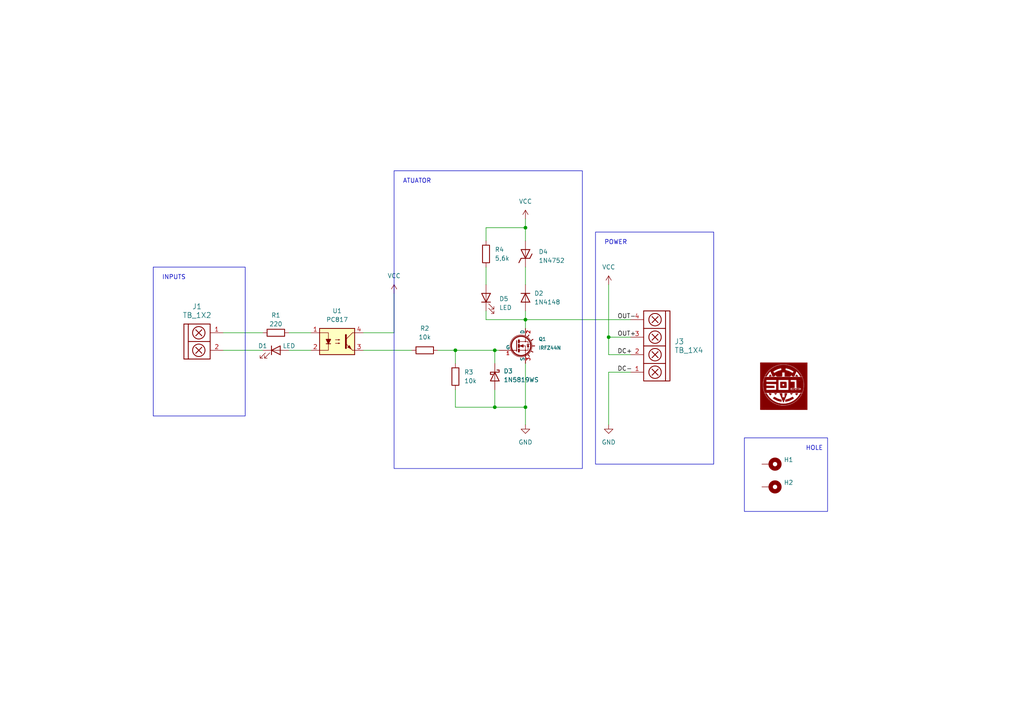
<source format=kicad_sch>
(kicad_sch (version 20230121) (generator eeschema)
  (paper "A4")
  (title_block (title "TP N°4 Mosfet") (company "E.ES.T N°5 \"2 DE ABRIL\""))
  (lib_symbols
    (symbol "Device:LED" (pin_numbers hide) (pin_names (offset 1.016) hide)
      (property "Reference" "D" (at 0 2.54 0))
      (property "Value" "LED" (at 0 -2.54 0))
      (symbol "LED_0_1"
        (polyline (pts (xy -1.27 -1.27) (xy -1.27 1.27)) (stroke (width 0.254)))
        (polyline (pts (xy -1.27 0) (xy 1.27 0)))
        (polyline (pts (xy 1.27 -1.27) (xy 1.27 1.27) (xy -1.27 0) (xy 1.27 -1.27)) (stroke (width 0.254)))
        (polyline (pts (xy -3.048 -0.762) (xy -4.572 -2.286) (xy -3.81 -2.286) (xy -4.572 -2.286) (xy -4.572 -1.524)))
        (polyline (pts (xy -1.778 -0.762) (xy -3.302 -2.286) (xy -2.54 -2.286) (xy -3.302 -2.286) (xy -3.302 -1.524)))
      )
      (symbol "LED_1_1"
        (pin passive line (at -3.81 0 0) (length 2.54) (name "K") (number "1"))
        (pin passive line (at 3.81 0 180) (length 2.54) (name "A") (number "2"))
      )
    )
    (symbol "Device:R" (pin_numbers hide) (pin_names (offset 0))
      (property "Reference" "R" (at 2.032 0 90))
      (property "Value" "R" (at 0 0 90))
      (symbol "R_0_1"
        (rectangle (start -1.016 -2.54) (end 1.016 2.54) (stroke (width 0.254)))
      )
      (symbol "R_1_1"
        (pin passive line (at 0 3.81 270) (length 1.27) (name "~") (number "1"))
        (pin passive line (at 0 -3.81 90) (length 1.27) (name "~") (number "2"))
      )
    )
    (symbol "Diode:1N4148" (pin_numbers hide) (pin_names hide)
      (property "Reference" "D" (at 0 2.54 0))
      (property "Value" "1N4148" (at 0 -2.54 0))
      (symbol "1N4148_0_1"
        (polyline (pts (xy -1.27 1.27) (xy -1.27 -1.27)) (stroke (width 0.254)))
        (polyline (pts (xy 1.27 0) (xy -1.27 0)))
        (polyline (pts (xy 1.27 1.27) (xy 1.27 -1.27) (xy -1.27 0) (xy 1.27 1.27)) (stroke (width 0.254)))
      )
      (symbol "1N4148_1_1"
        (pin passive line (at -3.81 0 0) (length 2.54) (name "K") (number "1"))
        (pin passive line (at 3.81 0 180) (length 2.54) (name "A") (number "2"))
      )
    )
    (symbol "Diode:1N5819WS" (pin_numbers hide) (pin_names (offset 1.016) hide)
      (property "Reference" "D" (at 0 2.54 0))
      (property "Value" "1N5819WS" (at 0 -2.54 0))
      (symbol "1N5819WS_0_1"
        (polyline (pts (xy 1.27 0) (xy -1.27 0)))
        (polyline (pts (xy 1.27 1.27) (xy 1.27 -1.27) (xy -1.27 0) (xy 1.27 1.27)) (stroke (width 0.254)))
        (polyline (pts (xy -1.905 0.635) (xy -1.905 1.27) (xy -1.27 1.27) (xy -1.27 -1.27) (xy -0.635 -1.27) (xy -0.635 -0.635)) (stroke (width 0.254)))
      )
      (symbol "1N5819WS_1_1"
        (pin passive line (at -3.81 0 0) (length 2.54) (name "K") (number "1"))
        (pin passive line (at 3.81 0 180) (length 2.54) (name "A") (number "2"))
      )
    )
    (symbol "EESTN5:IRFZ44N" (pin_names (offset 0))
      (property "Reference" "Q" (at 0 -3.7592 0))
      (property "Value" "IRFZ44N" (at 3.81 7.62 0))
      (property "Footprint" "TO-220" (at -4.5466 2.5654 0))
      (symbol "IRFZ44N_0_1"
        (polyline (pts (xy 0.635 -1.016) (xy 0.635 -1.651)) (stroke (width 0.508)))
        (polyline (pts (xy 0.635 0.381) (xy 0.635 -0.381)) (stroke (width 0.508)))
        (polyline (pts (xy 0.635 1.651) (xy 0.635 1.016)) (stroke (width 0.508)))
        (polyline (pts (xy 3.048 0.381) (xy 2.921 0.254)))
        (polyline (pts (xy 3.048 0.381) (xy 3.556 0.381)))
        (polyline (pts (xy 3.175 2.667) (xy 3.556 3.175)) (stroke (width 0.254)))
        (polyline (pts (xy 3.302 -2.54) (xy 3.683 -3.048)) (stroke (width 0.254)))
        (polyline (pts (xy 3.556 0.381) (xy 3.683 0.508)))
        (polyline (pts (xy 4.191 -1.524) (xy 4.699 -1.778)) (stroke (width 0.254)))
        (polyline (pts (xy 4.191 1.524) (xy 4.699 1.905)) (stroke (width 0.254)))
        (polyline (pts (xy 4.572 0) (xy 5.207 0)) (stroke (width 0.254)))
        (polyline (pts (xy 0 1.524) (xy 0 -1.524) (xy 0 -1.524)) (stroke (width 0.254)))
        (polyline (pts (xy 0.762 -1.27) (xy 2.54 -1.27) (xy 2.54 -2.54) (xy 2.54 -2.54)))
        (polyline (pts (xy 0.762 1.27) (xy 2.54 1.27) (xy 2.54 2.54) (xy 2.54 2.54)))
        (polyline (pts (xy 2.54 1.27) (xy 3.302 1.27) (xy 3.302 -1.27) (xy 2.54 -1.27)))
        (polyline (pts (xy 3.302 0.381) (xy 3.048 -0.254) (xy 3.556 -0.254) (xy 3.302 0.381)) (fill (type outline)))
        (polyline (pts (xy 0.762 0) (xy 1.27 0) (xy 2.54 0) (xy 2.54 -1.27) (xy 2.54 -1.27)))
        (polyline (pts (xy 0.889 0) (xy 1.905 0.381) (xy 1.905 -0.381) (xy 0.889 0) (xy 1.016 0) (xy 1.016 0)) (fill (type outline)))
        (circle (center 1.27 0) (radius 2.8194) (stroke (width 0.3556)))
        (circle (center 1.27 0) (radius 3.175))
        (circle (center 2.54 -1.27) (radius 0.127))
        (circle (center 2.54 1.27) (radius 0.127))
      )
      (symbol "IRFZ44N_1_1"
        (pin input line (at -5.08 -1.27 0) (length 5.08) (name "G") (number "1"))
        (pin passive line (at 2.54 5.08 270) (length 2.032) (name "D") (number "2"))
        (pin passive line (at 2.54 -5.08 90) (length 2.54) (name "S") (number "3"))
      )
    )
    (symbol "EESTN5:PC817" (pin_names (offset 1.016))
      (property "Reference" "U" (at -5.08 5.08 0))
      (property "Value" "PC817" (at 0 5.08 0))
      (symbol "PC817_0_1"
        (rectangle (start -5.08 3.81) (end 5.08 -3.81) (stroke (width 0.254)) (fill (type background)))
        (polyline (pts (xy -3.175 -0.635) (xy -1.905 -0.635)) (stroke (width 0.254)))
        (polyline (pts (xy 2.54 0.635) (xy 4.445 2.54)))
        (polyline (pts (xy 4.445 -2.54) (xy 2.54 -0.635)) (fill (type outline)))
        (polyline (pts (xy 4.445 -2.54) (xy 5.08 -2.54)))
        (polyline (pts (xy 4.445 2.54) (xy 5.08 2.54)))
        (polyline (pts (xy -5.08 2.54) (xy -2.54 2.54) (xy -2.54 0.635)))
        (polyline (pts (xy -2.54 -0.635) (xy -2.54 -2.54) (xy -5.08 -2.54)))
        (polyline (pts (xy 2.54 1.905) (xy 2.54 -1.905) (xy 2.54 -1.905)) (stroke (width 0.508)))
        (polyline (pts (xy -2.54 -0.635) (xy -3.175 0.635) (xy -1.905 0.635) (xy -2.54 -0.635)) (stroke (width 0.254)) (fill (type outline)))
        (polyline (pts (xy -0.508 -0.508) (xy 0.762 -0.508) (xy 0.381 -0.635) (xy 0.381 -0.381) (xy 0.762 -0.508)))
        (polyline (pts (xy -0.508 0.508) (xy 0.762 0.508) (xy 0.381 0.381) (xy 0.381 0.635) (xy 0.762 0.508)))
        (polyline (pts (xy 3.048 -1.651) (xy 3.556 -1.143) (xy 4.064 -2.159) (xy 3.048 -1.651) (xy 3.048 -1.651)) (fill (type outline)))
      )
      (symbol "PC817_1_1"
        (pin passive line (at -7.62 2.54 0) (length 2.54) (name "~") (number "1"))
        (pin passive line (at -7.62 -2.54 0) (length 2.54) (name "~") (number "2"))
        (pin passive line (at 7.62 -2.54 180) (length 2.54) (name "~") (number "3"))
        (pin passive line (at 7.62 2.54 180) (length 2.54) (name "~") (number "4"))
      )
    )
    (symbol "EESTN5:TB_1X2" (pin_names (offset 1.016))
      (property "Reference" "J" (at 0 7.62 0))
      (property "Value" "TB_1X2" (at 1.27 -7.62 0))
      (symbol "TB_1X2_0_1"
        (rectangle (start -2.54 5.08) (end 5.08 -5.08) (stroke (width 0.254)))
        (polyline (pts (xy -1.27 0) (xy 5.08 0)) (stroke (width 0.254)))
        (polyline (pts (xy -1.27 5.08) (xy -1.27 -5.08)) (stroke (width 0.254)))
        (polyline (pts (xy 0.889 -3.429) (xy 2.667 -1.651)) (stroke (width 0.254)))
        (polyline (pts (xy 0.889 -1.651) (xy 2.667 -3.429)) (stroke (width 0.254)))
        (polyline (pts (xy 0.889 1.651) (xy 2.667 3.429)) (stroke (width 0.254)))
        (polyline (pts (xy 0.889 3.429) (xy 2.667 1.651)) (stroke (width 0.254)))
        (circle (center 1.778 -2.54) (radius 1.8034) (stroke (width 0.254)))
        (circle (center 1.778 2.54) (radius 1.8034) (stroke (width 0.254)))
      )
      (symbol "TB_1X2_1_1"
        (pin input line (at 8.89 2.54 180) (length 3.81) (name "~") (number "1"))
        (pin input line (at 8.89 -2.54 180) (length 3.81) (name "~") (number "2"))
      )
    )
    (symbol "LED_1" (pin_numbers hide) (pin_names (offset 1.016) hide)
      (property "Reference" "D" (at 0 2.54 0))
      (property "Value" "LED" (at 0 -2.54 0))
      (symbol "LED_1_0_1"
        (polyline (pts (xy -1.27 -1.27) (xy -1.27 1.27)) (stroke (width 0.254)))
        (polyline (pts (xy -1.27 -1.27) (xy 0 -1.905)) (stroke (width 0.254)))
        (polyline (pts (xy -1.27 0) (xy 1.27 0)))
        (polyline (pts (xy -1.27 1.27) (xy -2.54 1.905)) (stroke (width 0.254)))
        (polyline (pts (xy 1.27 -1.27) (xy 1.27 1.27) (xy -1.27 0) (xy 1.27 -1.27)) (stroke (width 0.254)))
      )
      (symbol "LED_1_1_1"
        (pin passive line (at -3.81 0 0) (length 2.54) (name "K") (number "1"))
        (pin passive line (at 3.81 0 180) (length 2.54) (name "A") (number "2"))
      )
    )
    (symbol "Mechanical:MountingHole_Pad" (pin_numbers hide) (pin_names (offset 1.016) hide)
      (property "Reference" "H" (at 0 6.35 0))
      (property "Value" "MountingHole_Pad" (at 0 4.445 0))
      (symbol "MountingHole_Pad_0_1"
        (circle (center 0 1.27) (radius 1.27) (stroke (width 1.27)))
      )
      (symbol "MountingHole_Pad_1_1"
        (pin input line (at 0 -2.54 90) (length 2.54) (name "1") (number "1"))
      )
    )
    (symbol "TB_1X2_2" (pin_names (offset 1.016))
      (property "Reference" "J" (at 0 17.145 0))
      (property "Value" "TB_1X4" (at 1.905 -13.335 0))
      (symbol "TB_1X2_2_0_1"
        (rectangle (start -2.54 10.16) (end 5.08 -10.16) (stroke (width 0.254)))
        (polyline (pts (xy -1.27 -5.08) (xy 5.08 -5.08)) (stroke (width 0.254)))
        (polyline (pts (xy -1.27 0) (xy -1.27 -10.16)) (stroke (width 0.254)))
        (polyline (pts (xy -1.27 0) (xy 5.08 0)) (stroke (width 0.254)))
        (polyline (pts (xy -1.27 5.08) (xy 5.08 5.08)) (stroke (width 0.254)))
        (polyline (pts (xy -1.27 10.16) (xy -1.27 0)) (stroke (width 0.254)))
        (polyline (pts (xy 0.889 -8.509) (xy 2.667 -6.731)) (stroke (width 0.254)))
        (polyline (pts (xy 0.889 -6.731) (xy 2.667 -8.509)) (stroke (width 0.254)))
        (polyline (pts (xy 0.889 -3.429) (xy 2.667 -1.651)) (stroke (width 0.254)))
        (polyline (pts (xy 0.889 -1.651) (xy 2.667 -3.429)) (stroke (width 0.254)))
        (polyline (pts (xy 0.889 1.651) (xy 2.667 3.429)) (stroke (width 0.254)))
        (polyline (pts (xy 0.889 3.429) (xy 2.667 1.651)) (stroke (width 0.254)))
        (polyline (pts (xy 0.889 6.731) (xy 2.667 8.509)) (stroke (width 0.254)))
        (polyline (pts (xy 0.889 8.509) (xy 2.667 6.731)) (stroke (width 0.254)))
        (circle (center 1.778 -7.62) (radius 1.8034) (stroke (width 0.254)))
        (circle (center 1.778 -2.54) (radius 1.8034) (stroke (width 0.254)))
        (circle (center 1.778 2.54) (radius 1.8034) (stroke (width 0.254)))
        (circle (center 1.778 7.62) (radius 1.8034) (stroke (width 0.254)))
      )
      (symbol "TB_1X2_2_1_1"
        (pin input line (at 8.89 7.62 180) (length 3.81) (name "~") (number "1"))
        (pin input line (at 8.89 2.54 180) (length 3.81) (name "~") (number "2"))
        (pin input line (at 8.89 -2.54 180) (length 3.81) (name "~") (number "3"))
        (pin input line (at 8.89 -7.62 180) (length 3.81) (name "~") (number "4"))
      )
    )
    (symbol "logo:LOGO" (pin_names (offset 1.016))
      (symbol "LOGO_0_0"
        (polyline (pts (xy -2.3743 -2.4284) (xy -2.3009 -2.3654) (xy -2.2019 -2.2687) (xy -2.0282 -2.0907) (xy -2.376 -2.0907) (xy -2.7238 -2.0907) (xy -2.5741 -2.2649) (xy -2.5173 -2.3292) (xy -2.4404 -2.4097) (xy -2.4 -2.4428) (xy -2.3743 -2.4284)) (stroke (width 0.01)) (fill (type outline)))
        (polyline (pts (xy 2.2197 -2.4302) (xy 2.2846 -2.3656) (xy 2.3799 -2.2687) (xy 2.5536 -2.0907) (xy 2.2019 -2.0907) (xy 1.8503 -2.0907) (xy 2.024 -2.2687) (xy 2.0971 -2.3431) (xy 2.1714 -2.4177) (xy 2.2019 -2.4466) (xy 2.2197 -2.4302)) (stroke (width 0.01)) (fill (type outline)))
        (polyline (pts (xy 3.6231 -0.9391) (xy 3.6357 -0.852) (xy 3.6388 -0.8246) (xy 3.6396 -0.7128) (xy 3.605 -0.6722) (xy 3.5272 -0.6909) (xy 3.4997 -0.7031) (xy 3.4716 -0.7261) (xy 3.5253 -0.7441) (xy 3.5769 -0.7796) (xy 3.6103 -0.8818) (xy 3.6154 -0.9413) (xy 3.6231 -0.9391)) (stroke (width 0.01)) (fill (type outline)))
        (polyline (pts (xy -3.83 -2.5254) (xy -3.7217 -2.4307) (xy -3.6091 -2.3024) (xy -3.5789 -2.2065) (xy -3.6321 -2.1407) (xy -3.7695 -2.1028) (xy -3.9918 -2.0907) (xy -4.3251 -2.0907) (xy -4.2474 -2.2131) (xy -4.2392 -2.2258) (xy -4.1546 -2.351) (xy -4.0614 -2.4809) (xy -3.9531 -2.6264) (xy -3.83 -2.5254)) (stroke (width 0.01)) (fill (type outline)))
        (polyline (pts (xy -3.9689 2.808) (xy -3.7979 2.8184) (xy -3.6896 2.8464) (xy -3.6193 2.8982) (xy -3.6084 2.9103) (xy -3.5768 2.9579) (xy -3.5827 3.0059) (xy -3.6349 3.0748) (xy -3.7423 3.185) (xy -3.9431 3.3859) (xy -4.1254 3.1202) (xy -4.1369 3.1034) (xy -4.2194 2.9734) (xy -4.2715 2.8753) (xy -4.2823 2.8291) (xy -4.2376 2.8177) (xy -4.1266 2.8095) (xy -3.977 2.8079) (xy -3.9689 2.808)) (stroke (width 0.01)) (fill (type outline)))
        (polyline (pts (xy 2.3961 -0.9513) (xy 2.4254 -0.883) (xy 2.4388 -0.788) (xy 2.433 -0.7037) (xy 2.4049 -0.6673) (xy 2.3727 -0.6996) (xy 2.3576 -0.7874) (xy 2.3569 -0.8212) (xy 2.3429 -0.8746) (xy 2.3042 -0.8541) (xy 2.273 -0.8303) (xy 2.1819 -0.8017) (xy 2.1688 -0.8028) (xy 2.1584 -0.8278) (xy 2.2242 -0.8896) (xy 2.2267 -0.8916) (xy 2.3169 -0.9476) (xy 2.3799 -0.963) (xy 2.3961 -0.9513)) (stroke (width 0.01)) (fill (type outline)))
        (polyline (pts (xy 2.8963 -0.8341) (xy 2.9043 -0.7436) (xy 2.8898 -0.6825) (xy 2.8396 -0.6673) (xy 2.7771 -0.6903) (xy 2.708 -0.7664) (xy 2.655 -0.8656) (xy 2.6107 -0.7664) (xy 2.5736 -0.703) (xy 2.5288 -0.6673) (xy 2.5246 -0.6673) (xy 2.4953 -0.6822) (xy 2.5057 -0.736) (xy 2.5589 -0.8474) (xy 2.5845 -0.894) (xy 2.6446 -0.9662) (xy 2.6984 -0.9535) (xy 2.7585 -0.8563) (xy 2.8178 -0.734) (xy 2.8462 -0.8674) (xy 2.8746 -1.0009) (xy 2.8963 -0.8341)) (stroke (width 0.01)) (fill (type outline)))
        (polyline (pts (xy 3.7783 -2.5911) (xy 3.8468 -2.5059) (xy 3.9292 -2.3928) (xy 4.0088 -2.2756) (xy 4.0688 -2.1779) (xy 4.0925 -2.1237) (xy 4.092 -2.1219) (xy 4.0432 -2.1061) (xy 3.9301 -2.095) (xy 3.7749 -2.0907) (xy 3.6912 -2.0915) (xy 3.542 -2.1012) (xy 3.4517 -2.1254) (xy 3.3995 -2.1686) (xy 3.3798 -2.2015) (xy 3.379 -2.2543) (xy 3.4245 -2.3254) (xy 3.5262 -2.4355) (xy 3.6106 -2.5189) (xy 3.6958 -2.5951) (xy 3.7405 -2.6245) (xy 3.7783 -2.5911)) (stroke (width 0.01)) (fill (type outline)))
        (polyline (pts (xy 3.9513 2.8069) (xy 4.0527 2.8182) (xy 4.0925 2.8393) (xy 4.088 2.8566) (xy 4.0468 2.9365) (xy 3.9769 3.0495) (xy 3.8961 3.1687) (xy 3.8222 3.2674) (xy 3.7729 3.3191) (xy 3.7504 3.3191) (xy 3.6766 3.2775) (xy 3.5805 3.199) (xy 3.4844 3.1046) (xy 3.4104 3.0151) (xy 3.3807 2.9513) (xy 3.3941 2.9125) (xy 3.4586 2.8505) (xy 3.4614 2.8489) (xy 3.5431 2.8262) (xy 3.6698 2.8113) (xy 3.8147 2.8047) (xy 3.9513 2.8069)) (stroke (width 0.01)) (fill (type outline)))
        (polyline (pts (xy -0.6881 -4.4297) (xy -0.6761 -4.3282) (xy -0.673 -4.186) (xy -0.6766 -3.9277) (xy -1.0389 -3.8504) (xy -1.1629 -3.8221) (xy -1.511 -3.72) (xy -1.8541 -3.5815) (xy -2.214 -3.397) (xy -2.6125 -3.1568) (xy -2.6152 -3.1551) (xy -2.6736 -3.1265) (xy -2.728 -3.1329) (xy -2.8001 -3.1842) (xy -2.9118 -3.29) (xy -3.112 -3.4864) (xy -2.8571 -3.6585) (xy -2.3225 -3.9741) (xy -1.7273 -4.2307) (xy -1.1121 -4.4034) (xy -1.0405 -4.4178) (xy -0.8774 -4.4469) (xy -0.7571 -4.4631) (xy -0.7017 -4.4631) (xy -0.6881 -4.4297)) (stroke (width 0.01)) (fill (type outline)))
        (polyline (pts (xy 4.6604 -0.9474) (xy 4.6409 -0.873) (xy 4.5894 -0.7801) (xy 4.5256 -0.7008) (xy 4.4694 -0.6673) (xy 4.4399 -0.6711) (xy 4.4039 -0.7032) (xy 4.3878 -0.7461) (xy 4.3342 -0.8256) (xy 4.2913 -0.8757) (xy 4.2738 -0.8722) (xy 4.2836 -0.7896) (xy 4.2865 -0.767) (xy 4.2806 -0.6852) (xy 4.2498 -0.6718) (xy 4.2086 -0.7372) (xy 4.2016 -0.7927) (xy 4.2277 -0.8929) (xy 4.2825 -0.9654) (xy 4.3376 -0.96) (xy 4.3958 -0.8674) (xy 4.4041 -0.8497) (xy 4.4616 -0.7695) (xy 4.5168 -0.7773) (xy 4.5763 -0.8732) (xy 4.6209 -0.9487) (xy 4.6535 -0.9663) (xy 4.6604 -0.9474)) (stroke (width 0.01)) (fill (type outline)))
        (polyline (pts (xy 0.6339 -4.4656) (xy 0.8762 -4.4165) (xy 1.2153 -4.3297) (xy 1.5451 -4.2274) (xy 1.8258 -4.1211) (xy 1.9549 -4.0615) (xy 2.1422 -3.966) (xy 2.3399 -3.8575) (xy 2.53 -3.7466) (xy 2.6944 -3.6439) (xy 2.8153 -3.56) (xy 2.8746 -3.5053) (xy 2.8742 -3.4837) (xy 2.8326 -3.4108) (xy 2.755 -3.3148) (xy 2.6624 -3.2182) (xy 2.5754 -3.1437) (xy 2.5148 -3.1138) (xy 2.4676 -3.1311) (xy 2.3659 -3.1872) (xy 2.2378 -3.2686) (xy 2.1626 -3.3174) (xy 1.8209 -3.5046) (xy 1.4359 -3.6721) (xy 1.0432 -3.8055) (xy 0.6784 -3.8909) (xy 0.4893 -3.9224) (xy 0.4893 -4.2065) (xy 0.4893 -4.4906) (xy 0.6339 -4.4656)) (stroke (width 0.01)) (fill (type outline)))
        (polyline (pts (xy 3.1811 -0.978) (xy 3.2833 -0.9456) (xy 3.3574 -0.8474) (xy 3.3621 -0.8381) (xy 3.4069 -0.7455) (xy 3.4252 -0.6968) (xy 3.4219 -0.6895) (xy 3.3663 -0.6684) (xy 3.2728 -0.6569) (xy 3.1813 -0.658) (xy 3.1315 -0.6747) (xy 3.1463 -0.6998) (xy 3.2224 -0.7117) (xy 3.3033 -0.7153) (xy 3.3321 -0.7429) (xy 3.3093 -0.8193) (xy 3.2686 -0.8634) (xy 3.1758 -0.8897) (xy 3.1561 -0.8892) (xy 3.0871 -0.8622) (xy 3.0694 -0.7758) (xy 3.058 -0.7049) (xy 3.0238 -0.6902) (xy 3.0233 -0.6905) (xy 2.9998 -0.7496) (xy 2.999 -0.855) (xy 3.0212 -0.9675) (xy 3.0626 -0.9754) (xy 3.1572 -0.9786) (xy 3.1811 -0.978)) (stroke (width 0.01)) (fill (type outline)))
        (polyline (pts (xy 4.0538 -0.9735) (xy 4.1197 -0.95) (xy 4.137 -0.8996) (xy 4.1351 -0.8724) (xy 4.0904 -0.7563) (xy 4.0057 -0.6672) (xy 3.9077 -0.6355) (xy 3.9053 -0.6357) (xy 3.8309 -0.6784) (xy 3.7615 -0.7672) (xy 3.72 -0.8626) (xy 3.8023 -0.8626) (xy 3.8256 -0.8007) (xy 3.8881 -0.7298) (xy 3.964 -0.719) (xy 4.021 -0.7821) (xy 4.0342 -0.8188) (xy 4.048 -0.8711) (xy 4.048 -0.8714) (xy 4.0074 -0.8843) (xy 3.913 -0.8897) (xy 3.8373 -0.8863) (xy 3.8023 -0.8626) (xy 3.72 -0.8626) (xy 3.7178 -0.8676) (xy 3.721 -0.9448) (xy 3.7344 -0.9542) (xy 3.8154 -0.9717) (xy 3.9394 -0.9786) (xy 4.0538 -0.9735)) (stroke (width 0.01)) (fill (type outline)))
        (polyline (pts (xy -0.0802 -4.6703) (xy -0.0453 -4.5916) (xy 0.016 -4.4484) (xy 0.0987 -4.2529) (xy 0.1975 -4.0172) (xy 0.3076 -3.7535) (xy 0.4238 -3.4741) (xy 0.5411 -3.191) (xy 0.6543 -2.9166) (xy 0.7585 -2.6629) (xy 0.8485 -2.4422) (xy 0.9194 -2.2667) (xy 0.966 -2.1486) (xy 0.9648 -2.1267) (xy 0.9192 -2.1053) (xy 0.8102 -2.094) (xy 0.6251 -2.0907) (xy 0.262 -2.0907) (xy 0.2756 -2.6691) (xy 0.2768 -2.7222) (xy 0.28 -2.9469) (xy 0.2774 -3.0988) (xy 0.2678 -3.1911) (xy 0.2499 -3.2374) (xy 0.2224 -3.2511) (xy 0.1461 -3.2531) (xy 0.0103 -3.2549) (xy -0.1557 -3.2561) (xy -0.4671 -3.2574) (xy -0.4795 -2.6741) (xy -0.4919 -2.0907) (xy -0.8414 -2.0907) (xy -1.1909 -2.0907) (xy -0.7709 -3.1027) (xy -0.6993 -3.2755) (xy -0.5767 -3.5722) (xy -0.4622 -3.8503) (xy -0.3624 -4.094) (xy -0.2837 -4.2873) (xy -0.2327 -4.4145) (xy -0.2235 -4.4376) (xy -0.1637 -4.5725) (xy -0.1146 -4.6598) (xy -0.086 -4.6814) (xy -0.0802 -4.6703)) (stroke (width 0.01)) (fill (type outline)))
        (polyline (pts (xy -0.2429 -0.5035) (xy -0.0018 -0.5027) (xy 0.2351 -0.501) (xy 0.45 -0.4986) (xy 0.6252 -0.4955) (xy 0.7431 -0.4919) (xy 0.7472 -0.4909) (xy 0.7663 -0.4563) (xy 0.7799 -0.366) (xy 0.7884 -0.2116) (xy 0.7925 0.0151) (xy 0.7925 0.3225) (xy 0.7902 0.5663) (xy 0.7861 0.8023) (xy 0.7807 0.9951) (xy 0.7743 1.1294) (xy 0.7674 1.1899) (xy 0.7607 1.1986) (xy 0.7108 1.217) (xy 0.6069 1.2303) (xy 0.4403 1.2391) (xy 0.2023 1.244) (xy -0.116 1.2455) (xy -0.9786 1.2455) (xy -0.9786 0.3814) (xy -0.9782 0.1328) (xy -0.9778 0.089) (xy -0.4003 0.089) (xy -0.4003 0.3781) (xy -0.4003 0.6672) (xy -0.1112 0.6672) (xy 0.1779 0.6672) (xy 0.1779 0.3781) (xy 0.1779 0.089) (xy -0.1112 0.089) (xy -0.4003 0.089) (xy -0.9778 0.089) (xy -0.976 -0.1034) (xy -0.9711 -0.2716) (xy -0.9623 -0.3834) (xy -0.9488 -0.4506) (xy -0.9294 -0.4846) (xy -0.9033 -0.4972) (xy -0.8954 -0.4981) (xy -0.8144 -0.5009) (xy -0.6669 -0.5027) (xy -0.4705 -0.5036) (xy -0.2429 -0.5035)) (stroke (width 0.01)) (fill (type outline)))
        (polyline (pts (xy 0.1469 -5.4638) (xy 0.4651 -5.4501) (xy 0.7255 -5.4234) (xy 1.2185 -5.3287) (xy 1.9034 -5.1242) (xy 2.551 -4.8434) (xy 3.1554 -4.4903) (xy 3.711 -4.0689) (xy 4.2119 -3.5833) (xy 4.6523 -3.0375) (xy 5.0264 -2.4355) (xy 5.2123 -2.0907) (xy 5.0125 -2.0907) (xy 4.9085 -2.094) (xy 4.8285 -2.1173) (xy 4.7656 -2.1802) (xy 4.6904 -2.302) (xy 4.4147 -2.7346) (xy 3.9818 -3.2798) (xy 3.496 -3.7591) (xy 2.9632 -4.1697) (xy 2.3896 -4.5093) (xy 1.7813 -4.7752) (xy 1.1445 -4.9648) (xy 0.4851 -5.0757) (xy -0.1905 -5.1054) (xy -0.8765 -5.0511) (xy -1.5665 -4.9105) (xy -1.9648 -4.7846) (xy -2.5567 -4.5253) (xy -3.1214 -4.1923) (xy -3.6476 -3.7945) (xy -4.1238 -3.3409) (xy -4.5388 -2.8404) (xy -4.8811 -2.302) (xy -4.9408 -2.1975) (xy -5.0014 -2.1249) (xy -5.0746 -2.096) (xy -5.1894 -2.0907) (xy -5.2428 -2.0921) (xy -5.3428 -2.1043) (xy -5.3825 -2.1252) (xy -5.3774 -2.1416) (xy -5.3387 -2.2234) (xy -5.27 -2.3535) (xy -5.1813 -2.5127) (xy -5.0645 -2.7084) (xy -4.6537 -3.2856) (xy -4.1783 -3.8072) (xy -3.6458 -4.268) (xy -3.0633 -4.6629) (xy -2.4383 -4.9867) (xy -1.7781 -5.2343) (xy -1.0898 -5.4005) (xy -0.8572 -5.4312) (xy -0.544 -5.454) (xy -0.1994 -5.465) (xy 0.1469 -5.4638)) (stroke (width 0.01)) (fill (type outline)))
        (polyline (pts (xy -1.5069 -6.8411) (xy -0.7602 -6.8405) (xy 0.0111 -6.8395) (xy 6.8282 -6.8282) (xy 6.8282 0) (xy 6.8282 6.8282) (xy 0.0111 6.8395) (xy -6.8059 6.8507) (xy -6.8085 5.7496) (xy -6.8087 5.5905) (xy -6.809 5.333) (xy -6.8092 4.999) (xy -6.8093 4.5954) (xy -6.8094 4.1288) (xy -6.8094 3.606) (xy -6.8094 3.0336) (xy -6.8093 2.4182) (xy -6.8092 1.7667) (xy -6.809 1.0857) (xy -6.8088 0.3818) (xy -6.8088 0.3747) (xy -6.0865 0.3747) (xy -6.075 0.8238) (xy -6.034 1.2233) (xy -6.0155 1.3363) (xy -5.8493 2.0482) (xy -5.6042 2.7278) (xy -5.2843 3.3687) (xy -4.8938 3.9647) (xy -4.4366 4.5092) (xy -3.917 4.996) (xy -3.3389 5.4188) (xy -3.1142 5.5514) (xy -2.7925 5.7173) (xy -2.4446 5.8766) (xy -2.1033 6.0146) (xy -1.8016 6.1163) (xy -1.5884 6.1739) (xy -0.8754 6.3088) (xy -0.1575 6.3583) (xy 0.5574 6.3231) (xy 1.2612 6.2038) (xy 1.946 6.0013) (xy 2.6038 5.7163) (xy 2.8219 5.6011) (xy 3.2508 5.3404) (xy 3.6463 5.0458) (xy 4.0422 4.6932) (xy 4.312 4.4184) (xy 4.7686 3.8599) (xy 5.1502 3.2586) (xy 5.4548 2.6206) (xy 5.6807 1.9519) (xy 5.826 1.2586) (xy 5.8888 0.5467) (xy 5.8674 -0.1779) (xy 5.7598 -0.909) (xy 5.6307 -1.4118) (xy 5.3873 -2.0588) (xy 5.0681 -2.6732) (xy 4.679 -3.248) (xy 4.2261 -3.7765) (xy 3.7156 -4.2516) (xy 3.1535 -4.6665) (xy 2.5459 -5.0143) (xy 1.8989 -5.2881) (xy 1.8461 -5.3063) (xy 1.5975 -5.3829) (xy 1.3241 -5.4567) (xy 1.076 -5.514) (xy 1.0082 -5.5271) (xy 0.6681 -5.5766) (xy 0.2907 -5.6104) (xy -0.093 -5.627) (xy -0.4523 -5.625) (xy -0.7562 -5.6027) (xy -1.2876 -5.5144) (xy -1.9965 -5.321) (xy -2.6704 -5.0471) (xy -3.3049 -4.695) (xy -3.8954 -4.2668) (xy -4.4376 -3.7648) (xy -4.6971 -3.4759) (xy -5.1259 -2.8978) (xy -5.4823 -2.2718) (xy -5.7623 -1.6056) (xy -5.9618 -0.9067) (xy -6.0258 -0.5374) (xy -6.0697 -0.0903) (xy -6.0865 0.3747) (xy -6.8088 0.3747) (xy -6.8085 -0.3382) (xy -6.8082 -1.0676) (xy -6.8081 -1.1837) (xy -6.8078 -1.8861) (xy -6.8075 -2.5631) (xy -6.8071 -3.2094) (xy -6.8069 -3.8196) (xy -6.8066 -4.3885) (xy -6.8064 -4.9108) (xy -6.8062 -5.3812) (xy -6.806 -5.7944) (xy -6.8058 -6.1452) (xy -6.8057 -6.4281) (xy -6.8057 -6.6379) (xy -6.8056 -6.7694) (xy -6.8057 -6.8172) (xy -6.7992 -6.8187) (xy -6.7227 -6.8223) (xy -6.5638 -6.8257) (xy -6.3275 -6.8287) (xy -6.0185 -6.8315) (xy -5.6416 -6.834) (xy -5.2017 -6.8361) (xy -4.7035 -6.8379) (xy -4.1518 -6.8393) (xy -3.5515 -6.8404) (xy -2.9074 -6.841) (xy -2.2243 -6.8413) (xy -1.5069 -6.8411)) (stroke (width 0.01)) (fill (type outline)))
        (polyline (pts (xy -0.0923 -1.9018) (xy 5.3158 -1.8905) (xy 5.4573 -1.468) (xy 5.5545 -1.149) (xy 5.6597 -0.6752) (xy 5.7193 -0.1822) (xy 5.7382 0.3612) (xy 5.7378 0.4557) (xy 5.7132 0.998) (xy 5.6475 1.4904) (xy 5.5361 1.9604) (xy 5.3739 2.4355) (xy 5.2832 2.669) (xy -0.0957 2.669) (xy -5.4746 2.669) (xy -5.5648 2.4586) (xy -5.6198 2.3172) (xy -5.7171 2.0029) (xy -5.8044 1.6409) (xy -5.8755 1.2577) (xy -5.8771 1.2455) (xy -5.0711 1.2455) (xy -5.0711 1.5347) (xy -5.0711 1.8238) (xy -3.6031 1.8238) (xy -2.1352 1.8238) (xy -2.1352 1.5347) (xy -2.1352 1.2455) (xy -3.6031 1.2455) (xy -5.0711 1.2455) (xy -5.8771 1.2455) (xy -5.9245 0.88) (xy -5.9509 0.4092) (xy -5.9205 -0.2408) (xy -5.81 -0.8955) (xy -5.7478 -1.1133) (xy -5.0711 -1.1133) (xy 1.9573 -1.1133) (xy 1.9573 -0.8103) (xy 1.9573 -0.5073) (xy 2.3687 -0.518) (xy 2.4447 -0.5195) (xy 2.6482 -0.5197) (xy 2.8262 -0.5146) (xy 2.947 -0.5051) (xy 3.1138 -0.4815) (xy 3.1138 0.382) (xy 3.1138 1.2455) (xy 2.5356 1.2455) (xy 1.9573 1.2455) (xy 1.9573 1.5347) (xy 1.9573 1.8238) (xy 2.824 1.8238) (xy 3.6906 1.8238) (xy 3.987 1.8238) (xy 3.9925 1.8232) (xy 4.0563 1.7858) (xy 4.1403 1.7087) (xy 4.2482 1.5936) (xy 4.2763 1.7198) (xy 4.2807 1.7394) (xy 4.2969 1.7987) (xy 4.3049 1.7806) (xy 4.3096 1.6792) (xy 4.3099 1.6563) (xy 4.4039 1.6563) (xy 4.4245 1.669) (xy 4.4928 1.6459) (xy 4.5314 1.6274) (xy 4.5729 1.6331) (xy 4.5818 1.711) (xy 4.593 1.7857) (xy 4.6263 1.8238) (xy 4.6557 1.7954) (xy 4.6708 1.711) (xy 4.6724 1.6631) (xy 4.6945 1.6223) (xy 4.7597 1.6459) (xy 4.8287 1.6674) (xy 4.8456 1.6369) (xy 4.7953 1.5658) (xy 4.7348 1.5318) (xy 4.6263 1.5124) (xy 4.5398 1.5258) (xy 4.4431 1.5797) (xy 4.4039 1.6563) (xy 4.3099 1.6563) (xy 4.31 1.649) (xy 4.3009 1.5517) (xy 4.2791 1.5124) (xy 4.2588 1.5212) (xy 4.1872 1.5773) (xy 4.0925 1.6681) (xy 4.0407 1.7247) (xy 3.9882 1.796) (xy 3.987 1.8238) (xy 3.6906 1.8238) (xy 3.6927 1.6222) (xy 3.8701 1.6222) (xy 3.8924 1.6427) (xy 3.9633 1.638) (xy 4.0467 1.6031) (xy 4.0783 1.5781) (xy 4.0912 1.5423) (xy 4.0627 1.5379) (xy 3.9854 1.5559) (xy 3.9063 1.5894) (xy 3.8701 1.6222) (xy 3.6927 1.6222) (xy 3.7025 0.6561) (xy 3.7144 -0.5116) (xy 4.137 -0.5175) (xy 4.2235 -0.5187) (xy 4.4289 -0.5221) (xy 4.6077 -0.5256) (xy 4.7285 -0.5286) (xy 4.8974 -0.5338) (xy 4.8842 -0.8118) (xy 4.8709 -1.0898) (xy 3.4141 -1.1016) (xy 1.9573 -1.1133) (xy -5.0711 -1.1133) (xy -5.0711 -0.8013) (xy -5.0711 -0.4893) (xy -3.8902 -0.4893) (xy -2.7092 -0.4893) (xy -2.7225 -0.2113) (xy -2.7357 0.0667) (xy -3.9034 0.0786) (xy -5.0711 0.0904) (xy -5.0711 0.3794) (xy -5.0711 0.6685) (xy -3.6143 0.6567) (xy -2.1574 0.645) (xy -2.1574 -0.2224) (xy -2.1574 -1.0898) (xy -3.6143 -1.1016) (xy -4.9217 -1.1121) (xy -1.5569 -1.1121) (xy -1.5569 0.3559) (xy -1.5569 1.8238) (xy -0.089 1.8238) (xy 1.379 1.8238) (xy 1.379 0.3559) (xy 1.379 -1.1121) (xy -0.089 -1.1121) (xy -1.5569 -1.1121) (xy -4.9217 -1.1121) (xy -5.0711 -1.1133) (xy -5.7478 -1.1133) (xy -5.6178 -1.5682) (xy -5.5004 -1.9131) (xy -0.0923 -1.9018)) (stroke (width 0.01)) (fill (type outline)))
        (polyline (pts (xy 1.9914 2.9979) (xy 2.2005 3.1955) (xy 2.4106 2.999) (xy 2.473 2.9421) (xy 2.5869 2.8545) (xy 2.6859 2.813) (xy 2.7995 2.8024) (xy 2.8655 2.8036) (xy 2.9274 2.8141) (xy 2.9808 2.8443) (xy 3.0328 2.9047) (xy 3.09 3.0058) (xy 3.1596 3.158) (xy 3.2484 3.3719) (xy 3.3633 3.658) (xy 3.4204 3.798) (xy 3.5084 4.0026) (xy 3.5845 4.1661) (xy 3.642 4.2747) (xy 3.6743 4.3141) (xy 3.6806 4.3134) (xy 3.7476 4.2691) (xy 3.8518 4.1661) (xy 3.9828 4.0177) (xy 4.1299 3.837) (xy 4.2828 3.6375) (xy 4.4307 3.4323) (xy 4.5633 3.2348) (xy 4.67 3.0582) (xy 4.7012 3.0025) (xy 4.7712 2.8885) (xy 4.8302 2.8289) (xy 4.9016 2.8061) (xy 5.0086 2.8024) (xy 5.0646 2.8039) (xy 5.1648 2.8162) (xy 5.2046 2.8369) (xy 5.1999 2.8524) (xy 5.1619 2.9331) (xy 5.0937 3.0622) (xy 5.0056 3.2205) (xy 5.0017 3.2273) (xy 4.6101 3.8267) (xy 4.1585 4.3657) (xy 3.6533 4.8415) (xy 3.1012 5.2513) (xy 2.5087 5.5921) (xy 1.8826 5.8613) (xy 1.2293 6.0558) (xy 0.5555 6.173) (xy -0.1322 6.2099) (xy -0.8272 6.1637) (xy -1.523 6.0316) (xy -2.0467 5.8736) (xy -2.704 5.5963) (xy -3.3153 5.2435) (xy -3.8789 4.8166) (xy -4.3929 4.3171) (xy -4.8555 3.7464) (xy -5.2647 3.1059) (xy -5.3096 3.0235) (xy -5.362 2.9157) (xy -5.3825 2.8562) (xy -5.3774 2.8464) (xy -5.3141 2.8237) (xy -5.2016 2.8146) (xy -5.1111 2.819) (xy -5.0169 2.8518) (xy -4.9499 2.9308) (xy -4.9371 2.9518) (xy -4.7702 3.2141) (xy -4.5967 3.4694) (xy -4.4243 3.708) (xy -4.2607 3.9201) (xy -4.1138 4.096) (xy -3.9913 4.226) (xy -3.901 4.3004) (xy -3.8506 4.3093) (xy -3.83 4.2715) (xy -3.7825 4.1691) (xy -3.0749 4.1691) (xy -3.0713 4.2329) (xy -3.0103 4.3031) (xy -2.8859 4.3931) (xy -2.6918 4.5162) (xy -2.6204 4.5595) (xy -2.2703 4.7471) (xy -1.8909 4.9154) (xy -1.5068 5.0554) (xy -1.1426 5.1577) (xy -0.8229 5.2133) (xy -0.6895 5.2268) (xy -0.6891 5.2168) (xy 0.4893 5.2168) (xy 0.7323 5.1882) (xy 0.792 5.1803) (xy 1.1431 5.1041) (xy 1.531 4.9781) (xy 1.932 4.8118) (xy 2.3228 4.6148) (xy 2.6797 4.3966) (xy 2.9451 4.2164) (xy 2.7533 4.021) (xy 2.661 3.9322) (xy 2.5687 3.8556) (xy 2.5152 3.8265) (xy 2.5094 3.8274) (xy 2.4406 3.8583) (xy 2.3234 3.9241) (xy 2.1797 4.0126) (xy 2.0558 4.0879) (xy 1.6659 4.2854) (xy 1.2446 4.4507) (xy 0.8341 4.5664) (xy 0.4893 4.6414) (xy 0.4893 4.9291) (xy 0.4893 5.2168) (xy -0.6891 5.2168) (xy -0.6764 4.9308) (xy -0.6634 4.6347) (xy -0.8544 4.6032) (xy -1.1006 4.5503) (xy -1.4694 4.4375) (xy -1.8483 4.2896) (xy -2.2042 4.1197) (xy -2.5042 3.941) (xy -2.555 3.9072) (xy -2.6525 3.8487) (xy -2.7063 3.8256) (xy -2.7401 3.8436) (xy -2.8233 3.9085) (xy -2.9314 4.0044) (xy -2.9353 4.008) (xy -3.0275 4.0986) (xy -3.0749 4.1691) (xy -3.7825 4.1691) (xy -3.7797 4.163) (xy -3.7068 3.9979) (xy -3.6173 3.79) (xy -3.5173 3.5531) (xy -3.2128 2.8247) (xy -3.007 2.8149) (xy -2.8893 2.8148) (xy -2.8023 2.8376) (xy -2.7165 2.8979) (xy -2.6018 3.0102) (xy -2.4025 3.2153) (xy -2.1818 3.0089) (xy -1.9611 2.8024) (xy -1.3253 2.8031) (xy -1.249 2.8033) (xy -1.018 2.8064) (xy -0.8182 2.8125) (xy -0.6689 2.8207) (xy -0.5894 2.8305) (xy -0.5878 2.8309) (xy -0.5473 2.8458) (xy -0.5198 2.8748) (xy -0.5027 2.9327) (xy -0.4936 3.0346) (xy -0.49 3.1955) (xy -0.4893 3.4304) (xy -0.4893 4.0035) (xy -0.1125 4.0035) (xy 0.2643 4.0035) (xy 0.2767 3.4141) (xy 0.2891 2.8247) (xy 1.0357 2.8125) (xy 1.7822 2.8003) (xy 1.9914 2.9979)) (stroke (width 0.01)) (fill (type outline)))
      )
    )
    (symbol "power:GND" (power) (pin_names (offset 0))
      (property "Value" "GND" (at 0 -3.81 0))
      (symbol "GND_0_1"
        (polyline (pts (xy 0 0) (xy 0 -1.27) (xy 1.27 -1.27) (xy 0 -2.54) (xy -1.27 -1.27) (xy 0 -1.27)))
      )
      (symbol "GND_1_1"
        (pin power_in line (at 0 0 270) (length 0) hide (name "GND") (number "1"))
      )
    )
    (symbol "power:VCC" (power) (pin_names (offset 0))
      (property "Value" "VCC" (at 0 3.81 0))
      (symbol "VCC_0_1"
        (polyline (pts (xy -0.762 1.27) (xy 0 2.54)))
        (polyline (pts (xy 0 0) (xy 0 2.54)))
        (polyline (pts (xy 0 2.54) (xy 0.762 1.27)))
      )
      (symbol "VCC_1_1"
        (pin power_in line (at 0 0 90) (length 0) hide (name "VCC") (number "1"))
      )
    )
  )
  (junction (at 143.51 118.11))
  (junction (at 152.4 118.11))
  (junction (at 152.4 66.04))
  (junction (at 143.51 101.6))
  (junction (at 152.4 92.71))
  (junction (at 176.53 97.79))
  (junction (at 132.08 101.6))
  (wire (pts (xy 132.08 118.11) (xy 143.51 118.11)))
  (wire (pts (xy 152.4 92.71) (xy 152.4 95.25)))
  (wire (pts (xy 83.82 96.52) (xy 90.17 96.52)))
  (wire (pts (xy 140.97 66.04) (xy 152.4 66.04)))
  (wire (pts (xy 140.97 77.47) (xy 140.97 82.55)))
  (wire (pts (xy 143.51 118.11) (xy 152.4 118.11)))
  (wire (pts (xy 152.4 92.71) (xy 140.97 92.71)))
  (wire (pts (xy 143.51 101.6) (xy 143.51 105.41)))
  (wire (pts (xy 64.77 96.52) (xy 76.2 96.52)))
  (wire (pts (xy 105.41 96.52) (xy 114.3 96.52)))
  (wire (pts (xy 127 101.6) (xy 132.08 101.6)))
  (wire (pts (xy 152.4 66.04) (xy 152.4 63.5)))
  (wire (pts (xy 114.3 96.52) (xy 114.3 85.09)))
  (wire (pts (xy 182.88 107.95) (xy 176.53 107.95)))
  (wire (pts (xy 152.4 92.71) (xy 182.88 92.71)))
  (wire (pts (xy 132.08 113.03) (xy 132.08 118.11)))
  (wire (pts (xy 140.97 92.71) (xy 140.97 90.17)))
  (wire (pts (xy 152.4 66.04) (xy 152.4 69.85)))
  (wire (pts (xy 83.82 101.6) (xy 90.17 101.6)))
  (wire (pts (xy 152.4 77.47) (xy 152.4 82.55)))
  (wire (pts (xy 176.53 102.87) (xy 176.53 97.79)))
  (wire (pts (xy 132.08 101.6) (xy 143.51 101.6)))
  (wire (pts (xy 64.77 101.6) (xy 76.2 101.6)))
  (wire (pts (xy 152.4 90.17) (xy 152.4 92.71)))
  (wire (pts (xy 132.08 101.6) (xy 132.08 105.41)))
  (wire (pts (xy 143.51 113.03) (xy 143.51 118.11)))
  (wire (pts (xy 176.53 97.79) (xy 176.53 82.55)))
  (wire (pts (xy 105.41 101.6) (xy 119.38 101.6)))
  (wire (pts (xy 143.51 101.6) (xy 144.78 101.6)))
  (wire (pts (xy 140.97 69.85) (xy 140.97 66.04)))
  (wire (pts (xy 152.4 105.41) (xy 152.4 118.11)))
  (wire (pts (xy 176.53 107.95) (xy 176.53 123.19)))
  (wire (pts (xy 152.4 118.11) (xy 152.4 123.19)))
  (wire (pts (xy 176.53 97.79) (xy 182.88 97.79)))
  (wire (pts (xy 182.88 102.87) (xy 176.53 102.87)))
  (rectangle (start 172.72 67.31) (end 207.01 134.62))
  (rectangle (start 44.45 77.47) (end 71.12 120.65))
  (rectangle (start 114.3 49.53) (end 168.91 135.89))
  (rectangle (start 215.9 127) (end 240.03 148.336))
  (text "HOLE\n" (at 233.68 130.81 0) (effects (font (size 1.27 1.27)) (justify left bottom)))
  (text "ATUATOR\n" (at 116.84 53.34 0) (effects (font (size 1.27 1.27)) (justify left bottom)))
  (text "POWER\n" (at 175.26 71.12 0) (effects (font (size 1.27 1.27)) (justify left bottom)))
  (text "INPUTS\n" (at 46.99 81.28 0) (effects (font (size 1.27 1.27)) (justify left bottom)))
  (label "OUT-" (at 179.07 92.71 0))
  (label "DC-" (at 179.07 107.95 0))
  (label "OUT+" (at 179.07 97.79 0))
  (label "DC+" (at 179.07 102.87 0))
  (symbol (lib_id "Diode:1N5819WS") (at 143.51 109.22 270) (unit 1)
    (property "Reference" "D3" (at 146.05 107.6325 90) (effects (justify left)))
    (property "Value" "1N5819WS" (at 146.05 110.1725 90) (effects (justify left)))
    (property "Footprint" "EESTN5:sod123" (effects hide))
    (property "Datasheet" "https://datasheet.lcsc.com/lcsc/2204281430_Guangdong-Hottech-1N5819WS_C191023.pdf" (effects hide))
  )
  (symbol (lib_id "logo:LOGO") (at 227.33 112.014 0) (unit 1)
    (property "Reference" "#G1" (effects hide))
    (property "Value" "LOGO" (effects hide))
  )
  (symbol (lib_id "Device:LED") (at 140.97 86.36 90) (unit 1)
    (property "Reference" "D5" (at 144.78 86.6775 90) (effects (justify right)))
    (property "Value" "LED" (at 144.78 89.2175 90) (effects (justify right)))
    (property "Footprint" "EESTN5:LED_1206" (effects hide))
  )
  (symbol (lib_id "EESTN5:TB_1X2") (at 55.88 99.06 0) (unit 1)
    (property "Reference" "J1" (at 57.15 88.9 0) (effects (font (size 1.524 1.524))))
    (property "Value" "TB_1X2" (at 57.15 91.44 0) (effects (font (size 1.524 1.524))))
    (property "Footprint" "EESTN5:BORNERA2" (effects hide))
  )
  (symbol (lib_id "power:GND") (at 152.4 123.19 0) (unit 1)
    (property "Reference" "#PWR02" (effects hide))
    (property "Value" "GND" (at 152.4 128.27 0))
  )
  (symbol (lib_id "EESTN5:IRFZ44N") (at 149.86 100.33 0) (unit 1)
    (property "Reference" "Q1" (at 156.21 98.3615 0) (effects (font (size 1.016 1.016)) (justify left)))
    (property "Value" "IRFZ44N" (at 156.21 100.9015 0) (effects (font (size 1.016 1.016)) (justify left)))
    (property "Footprint" "EESTN5:TO-220" (effects hide))
  )
  (symbol (lib_id "Diode:1N4148") (at 152.4 86.36 270) (unit 1)
    (property "Reference" "D2" (at 154.94 85.09 90) (effects (justify left)))
    (property "Value" "1N4148" (at 154.94 87.63 90) (effects (justify left)))
    (property "Footprint" "EESTN5:sod123" (effects hide))
    (property "Datasheet" "https://assets.nexperia.com/documents/data-sheet/1N4148_1N4448.pdf" (effects hide))
    (property "Sim.Device" "D" (effects hide))
    (property "Sim.Pins" "1=K 2=A" (effects hide))
  )
  (symbol (lib_id "Device:R") (at 80.01 96.52 90) (unit 1)
    (property "Reference" "R1" (at 80.01 91.44 90))
    (property "Value" "220" (at 80.01 93.98 90))
    (property "Footprint" "EESTN5:R_1206" (effects hide))
  )
  (symbol (lib_id "Device:R") (at 132.08 109.22 180) (unit 1)
    (property "Reference" "R3" (at 134.62 107.95 0) (effects (justify right)))
    (property "Value" "10k" (at 134.62 110.49 0) (effects (justify right)))
    (property "Footprint" "EESTN5:R_1206" (effects hide))
  )
  (symbol (lib_id "power:VCC") (at 152.4 63.5 0) (unit 1)
    (property "Reference" "#PWR03" (effects hide))
    (property "Value" "VCC" (at 152.4 58.42 0))
  )
  (symbol (lib_id "Device:LED") (at 80.01 101.6 0) (unit 1)
    (property "Reference" "D1" (at 76.2 100.33 0))
    (property "Value" "LED" (at 83.82 100.33 0))
    (property "Footprint" "EESTN5:LED_1206" (effects hide))
  )
  (symbol (lib_id "power:GND") (at 176.53 123.19 0) (unit 1)
    (property "Reference" "#PWR04" (effects hide))
    (property "Value" "GND" (at 176.53 128.27 0))
  )
  (symbol (lib_id "power:VCC") (at 176.53 82.55 0) (unit 1)
    (property "Reference" "#PWR05" (effects hide))
    (property "Value" "VCC" (at 176.53 77.47 0))
  )
  (symbol (lib_name "TB_1X2_2") (lib_id "EESTN5:TB_1X2") (at 191.77 100.33 180) (unit 1)
    (property "Reference" "J3" (at 195.58 99.06 0) (effects (font (size 1.524 1.524)) (justify right)))
    (property "Value" "TB_1X4" (at 195.58 101.6 0) (effects (font (size 1.524 1.524)) (justify right)))
    (property "Footprint" "HuellaSaul:TB_X4" (effects hide))
  )
  (symbol (lib_id "power:VCC") (at 114.3 85.09 0) (unit 1)
    (property "Reference" "#PWR01" (effects hide))
    (property "Value" "VCC" (at 114.3 80.01 0))
  )
  (symbol (lib_id "Mechanical:MountingHole_Pad") (at 223.52 134.62 270) (unit 1)
    (property "Reference" "H1" (at 227.33 133.35 90) (effects (justify left)))
    (property "Value" "MountingHole_Pad" (effects hide))
    (property "Footprint" "EESTN5:hole_2mm" (effects hide))
  )
  (symbol (lib_name "LED_1") (lib_id "Device:LED") (at 152.4 73.66 90) (unit 1)
    (property "Reference" "D4" (at 156.21 73.025 90) (effects (justify right)))
    (property "Value" "1N4752" (at 156.21 75.565 90) (effects (justify right)))
    (property "Footprint" "EESTN5:sod123" (effects hide))
  )
  (symbol (lib_id "EESTN5:PC817") (at 97.79 99.06 0) (unit 1)
    (property "Reference" "U1" (at 97.79 90.17 0))
    (property "Value" "PC817" (at 97.79 92.71 0))
    (property "Footprint" "EESTN5:DIP-4_PC817" (effects hide))
    (property "Datasheet" "http://www.soselectronic.cz/a_info/resource/d/pc817.pdf" (effects hide))
  )
  (symbol (lib_id "Device:R") (at 123.19 101.6 90) (unit 1)
    (property "Reference" "R2" (at 123.19 95.25 90))
    (property "Value" "10k" (at 123.19 97.79 90))
    (property "Footprint" "EESTN5:R_1206" (effects hide))
  )
  (symbol (lib_id "Device:R") (at 140.97 73.66 180) (unit 1)
    (property "Reference" "R4" (at 143.51 72.39 0) (effects (justify right)))
    (property "Value" "5,6k" (at 143.51 74.93 0) (effects (justify right)))
    (property "Footprint" "EESTN5:R_1206" (effects hide))
  )
  (symbol (lib_id "Mechanical:MountingHole_Pad") (at 223.52 141.224 270) (unit 1)
    (property "Reference" "H2" (at 227.33 139.954 90) (effects (justify left)))
    (property "Value" "MountingHole_Pad" (effects hide))
    (property "Footprint" "EESTN5:hole_2mm" (effects hide))
  )
)
</source>
